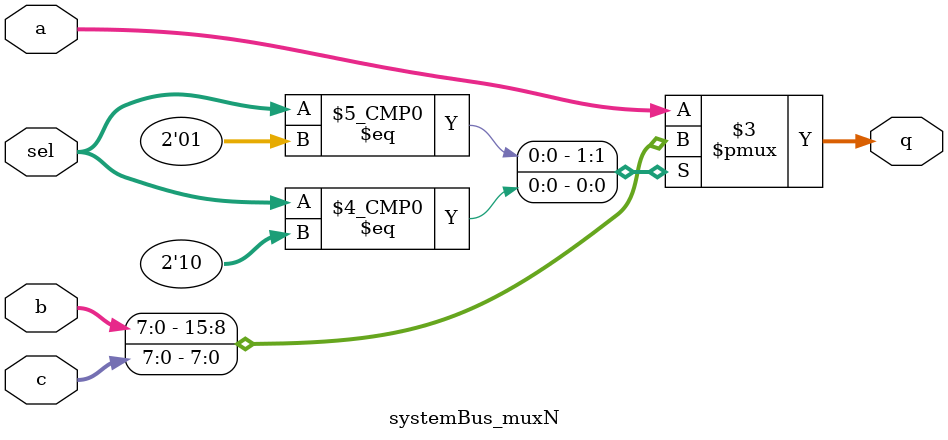
<source format=sv>
module systemBus_muxN #(parameter N=8) (

    output logic [N-1:0] q,

    input logic [N-1:0] a,b,c,
    input logic [1:0] sel


);

// bus connections
// a : PCBUS
// b : DRBUS
// c : MEMBUS

always_comb begin

    case(sel)

    // PCBUS
    2'd0 : begin

        q = a;

    end

    // DRBUS
    2'd1 : begin

        q = b;

    end

    // MEMBUS
    2'd2 : begin

        q = c;

    end

    default : begin

        q = a;

    end


    endcase


end



endmodule
</source>
